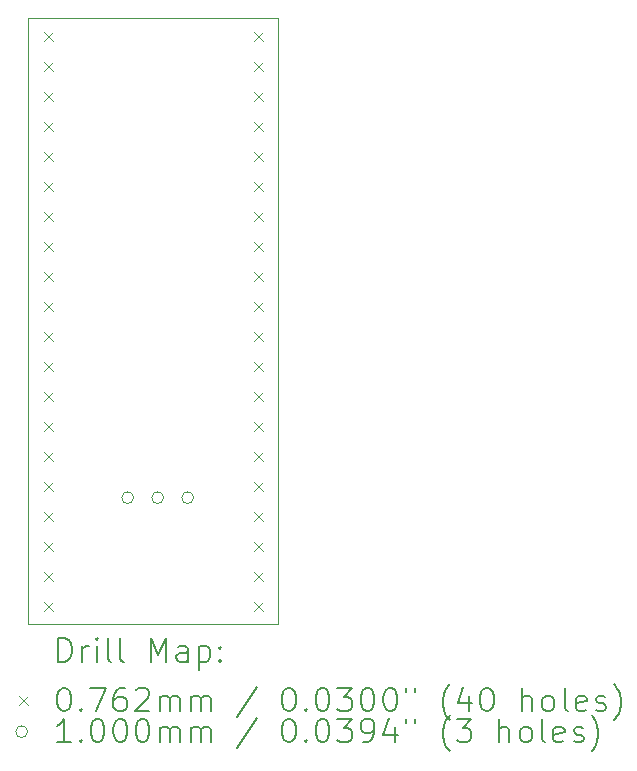
<source format=gbr>
%TF.GenerationSoftware,KiCad,Pcbnew,7.0.5*%
%TF.CreationDate,2024-02-18T16:55:31-05:00*%
%TF.ProjectId,pico-reset,7069636f-2d72-4657-9365-742e6b696361,rev?*%
%TF.SameCoordinates,Original*%
%TF.FileFunction,Drillmap*%
%TF.FilePolarity,Positive*%
%FSLAX45Y45*%
G04 Gerber Fmt 4.5, Leading zero omitted, Abs format (unit mm)*
G04 Created by KiCad (PCBNEW 7.0.5) date 2024-02-18 16:55:31*
%MOMM*%
%LPD*%
G01*
G04 APERTURE LIST*
%ADD10C,0.100000*%
%ADD11C,0.200000*%
%ADD12C,0.076200*%
G04 APERTURE END LIST*
D10*
X11001897Y-7974826D02*
X13121130Y-7974826D01*
X13121130Y-13104824D01*
X11001897Y-13104824D01*
X11001897Y-7974826D01*
D11*
D12*
X11137900Y-8089900D02*
X11214100Y-8166100D01*
X11214100Y-8089900D02*
X11137900Y-8166100D01*
X11137900Y-8343900D02*
X11214100Y-8420100D01*
X11214100Y-8343900D02*
X11137900Y-8420100D01*
X11137900Y-8597900D02*
X11214100Y-8674100D01*
X11214100Y-8597900D02*
X11137900Y-8674100D01*
X11137900Y-8851900D02*
X11214100Y-8928100D01*
X11214100Y-8851900D02*
X11137900Y-8928100D01*
X11137900Y-9105900D02*
X11214100Y-9182100D01*
X11214100Y-9105900D02*
X11137900Y-9182100D01*
X11137900Y-9359900D02*
X11214100Y-9436100D01*
X11214100Y-9359900D02*
X11137900Y-9436100D01*
X11137900Y-9613900D02*
X11214100Y-9690100D01*
X11214100Y-9613900D02*
X11137900Y-9690100D01*
X11137900Y-9867900D02*
X11214100Y-9944100D01*
X11214100Y-9867900D02*
X11137900Y-9944100D01*
X11137900Y-10121900D02*
X11214100Y-10198100D01*
X11214100Y-10121900D02*
X11137900Y-10198100D01*
X11137900Y-10375900D02*
X11214100Y-10452100D01*
X11214100Y-10375900D02*
X11137900Y-10452100D01*
X11137900Y-10629900D02*
X11214100Y-10706100D01*
X11214100Y-10629900D02*
X11137900Y-10706100D01*
X11137900Y-10883900D02*
X11214100Y-10960100D01*
X11214100Y-10883900D02*
X11137900Y-10960100D01*
X11137900Y-11137900D02*
X11214100Y-11214100D01*
X11214100Y-11137900D02*
X11137900Y-11214100D01*
X11137900Y-11391900D02*
X11214100Y-11468100D01*
X11214100Y-11391900D02*
X11137900Y-11468100D01*
X11137900Y-11645900D02*
X11214100Y-11722100D01*
X11214100Y-11645900D02*
X11137900Y-11722100D01*
X11137900Y-11899900D02*
X11214100Y-11976100D01*
X11214100Y-11899900D02*
X11137900Y-11976100D01*
X11137900Y-12153900D02*
X11214100Y-12230100D01*
X11214100Y-12153900D02*
X11137900Y-12230100D01*
X11137900Y-12407900D02*
X11214100Y-12484100D01*
X11214100Y-12407900D02*
X11137900Y-12484100D01*
X11137900Y-12661900D02*
X11214100Y-12738100D01*
X11214100Y-12661900D02*
X11137900Y-12738100D01*
X11137900Y-12915900D02*
X11214100Y-12992100D01*
X11214100Y-12915900D02*
X11137900Y-12992100D01*
X12915900Y-8089900D02*
X12992100Y-8166100D01*
X12992100Y-8089900D02*
X12915900Y-8166100D01*
X12915900Y-8343900D02*
X12992100Y-8420100D01*
X12992100Y-8343900D02*
X12915900Y-8420100D01*
X12915900Y-8597900D02*
X12992100Y-8674100D01*
X12992100Y-8597900D02*
X12915900Y-8674100D01*
X12915900Y-8851900D02*
X12992100Y-8928100D01*
X12992100Y-8851900D02*
X12915900Y-8928100D01*
X12915900Y-9105900D02*
X12992100Y-9182100D01*
X12992100Y-9105900D02*
X12915900Y-9182100D01*
X12915900Y-9359900D02*
X12992100Y-9436100D01*
X12992100Y-9359900D02*
X12915900Y-9436100D01*
X12915900Y-9613900D02*
X12992100Y-9690100D01*
X12992100Y-9613900D02*
X12915900Y-9690100D01*
X12915900Y-9867900D02*
X12992100Y-9944100D01*
X12992100Y-9867900D02*
X12915900Y-9944100D01*
X12915900Y-10121900D02*
X12992100Y-10198100D01*
X12992100Y-10121900D02*
X12915900Y-10198100D01*
X12915900Y-10375900D02*
X12992100Y-10452100D01*
X12992100Y-10375900D02*
X12915900Y-10452100D01*
X12915900Y-10629900D02*
X12992100Y-10706100D01*
X12992100Y-10629900D02*
X12915900Y-10706100D01*
X12915900Y-10883900D02*
X12992100Y-10960100D01*
X12992100Y-10883900D02*
X12915900Y-10960100D01*
X12915900Y-11137900D02*
X12992100Y-11214100D01*
X12992100Y-11137900D02*
X12915900Y-11214100D01*
X12915900Y-11391900D02*
X12992100Y-11468100D01*
X12992100Y-11391900D02*
X12915900Y-11468100D01*
X12915900Y-11645900D02*
X12992100Y-11722100D01*
X12992100Y-11645900D02*
X12915900Y-11722100D01*
X12915900Y-11899900D02*
X12992100Y-11976100D01*
X12992100Y-11899900D02*
X12915900Y-11976100D01*
X12915900Y-12153900D02*
X12992100Y-12230100D01*
X12992100Y-12153900D02*
X12915900Y-12230100D01*
X12915900Y-12407900D02*
X12992100Y-12484100D01*
X12992100Y-12407900D02*
X12915900Y-12484100D01*
X12915900Y-12661900D02*
X12992100Y-12738100D01*
X12992100Y-12661900D02*
X12915900Y-12738100D01*
X12915900Y-12915900D02*
X12992100Y-12992100D01*
X12992100Y-12915900D02*
X12915900Y-12992100D01*
D10*
X11894315Y-12032911D02*
G75*
G03*
X11894315Y-12032911I-50000J0D01*
G01*
X12148315Y-12032911D02*
G75*
G03*
X12148315Y-12032911I-50000J0D01*
G01*
X12402315Y-12032911D02*
G75*
G03*
X12402315Y-12032911I-50000J0D01*
G01*
D11*
X11257674Y-13421308D02*
X11257674Y-13221308D01*
X11257674Y-13221308D02*
X11305293Y-13221308D01*
X11305293Y-13221308D02*
X11333864Y-13230832D01*
X11333864Y-13230832D02*
X11352912Y-13249879D01*
X11352912Y-13249879D02*
X11362436Y-13268927D01*
X11362436Y-13268927D02*
X11371959Y-13307022D01*
X11371959Y-13307022D02*
X11371959Y-13335594D01*
X11371959Y-13335594D02*
X11362436Y-13373689D01*
X11362436Y-13373689D02*
X11352912Y-13392736D01*
X11352912Y-13392736D02*
X11333864Y-13411784D01*
X11333864Y-13411784D02*
X11305293Y-13421308D01*
X11305293Y-13421308D02*
X11257674Y-13421308D01*
X11457674Y-13421308D02*
X11457674Y-13287975D01*
X11457674Y-13326070D02*
X11467197Y-13307022D01*
X11467197Y-13307022D02*
X11476721Y-13297498D01*
X11476721Y-13297498D02*
X11495769Y-13287975D01*
X11495769Y-13287975D02*
X11514817Y-13287975D01*
X11581483Y-13421308D02*
X11581483Y-13287975D01*
X11581483Y-13221308D02*
X11571959Y-13230832D01*
X11571959Y-13230832D02*
X11581483Y-13240356D01*
X11581483Y-13240356D02*
X11591007Y-13230832D01*
X11591007Y-13230832D02*
X11581483Y-13221308D01*
X11581483Y-13221308D02*
X11581483Y-13240356D01*
X11705293Y-13421308D02*
X11686245Y-13411784D01*
X11686245Y-13411784D02*
X11676721Y-13392736D01*
X11676721Y-13392736D02*
X11676721Y-13221308D01*
X11810055Y-13421308D02*
X11791007Y-13411784D01*
X11791007Y-13411784D02*
X11781483Y-13392736D01*
X11781483Y-13392736D02*
X11781483Y-13221308D01*
X12038626Y-13421308D02*
X12038626Y-13221308D01*
X12038626Y-13221308D02*
X12105293Y-13364165D01*
X12105293Y-13364165D02*
X12171959Y-13221308D01*
X12171959Y-13221308D02*
X12171959Y-13421308D01*
X12352912Y-13421308D02*
X12352912Y-13316546D01*
X12352912Y-13316546D02*
X12343388Y-13297498D01*
X12343388Y-13297498D02*
X12324340Y-13287975D01*
X12324340Y-13287975D02*
X12286245Y-13287975D01*
X12286245Y-13287975D02*
X12267197Y-13297498D01*
X12352912Y-13411784D02*
X12333864Y-13421308D01*
X12333864Y-13421308D02*
X12286245Y-13421308D01*
X12286245Y-13421308D02*
X12267197Y-13411784D01*
X12267197Y-13411784D02*
X12257674Y-13392736D01*
X12257674Y-13392736D02*
X12257674Y-13373689D01*
X12257674Y-13373689D02*
X12267197Y-13354641D01*
X12267197Y-13354641D02*
X12286245Y-13345117D01*
X12286245Y-13345117D02*
X12333864Y-13345117D01*
X12333864Y-13345117D02*
X12352912Y-13335594D01*
X12448150Y-13287975D02*
X12448150Y-13487975D01*
X12448150Y-13297498D02*
X12467197Y-13287975D01*
X12467197Y-13287975D02*
X12505293Y-13287975D01*
X12505293Y-13287975D02*
X12524340Y-13297498D01*
X12524340Y-13297498D02*
X12533864Y-13307022D01*
X12533864Y-13307022D02*
X12543388Y-13326070D01*
X12543388Y-13326070D02*
X12543388Y-13383213D01*
X12543388Y-13383213D02*
X12533864Y-13402260D01*
X12533864Y-13402260D02*
X12524340Y-13411784D01*
X12524340Y-13411784D02*
X12505293Y-13421308D01*
X12505293Y-13421308D02*
X12467197Y-13421308D01*
X12467197Y-13421308D02*
X12448150Y-13411784D01*
X12629102Y-13402260D02*
X12638626Y-13411784D01*
X12638626Y-13411784D02*
X12629102Y-13421308D01*
X12629102Y-13421308D02*
X12619578Y-13411784D01*
X12619578Y-13411784D02*
X12629102Y-13402260D01*
X12629102Y-13402260D02*
X12629102Y-13421308D01*
X12629102Y-13297498D02*
X12638626Y-13307022D01*
X12638626Y-13307022D02*
X12629102Y-13316546D01*
X12629102Y-13316546D02*
X12619578Y-13307022D01*
X12619578Y-13307022D02*
X12629102Y-13297498D01*
X12629102Y-13297498D02*
X12629102Y-13316546D01*
D12*
X10920697Y-13711724D02*
X10996897Y-13787924D01*
X10996897Y-13711724D02*
X10920697Y-13787924D01*
D11*
X11295769Y-13641308D02*
X11314817Y-13641308D01*
X11314817Y-13641308D02*
X11333864Y-13650832D01*
X11333864Y-13650832D02*
X11343388Y-13660356D01*
X11343388Y-13660356D02*
X11352912Y-13679403D01*
X11352912Y-13679403D02*
X11362436Y-13717498D01*
X11362436Y-13717498D02*
X11362436Y-13765117D01*
X11362436Y-13765117D02*
X11352912Y-13803213D01*
X11352912Y-13803213D02*
X11343388Y-13822260D01*
X11343388Y-13822260D02*
X11333864Y-13831784D01*
X11333864Y-13831784D02*
X11314817Y-13841308D01*
X11314817Y-13841308D02*
X11295769Y-13841308D01*
X11295769Y-13841308D02*
X11276721Y-13831784D01*
X11276721Y-13831784D02*
X11267197Y-13822260D01*
X11267197Y-13822260D02*
X11257674Y-13803213D01*
X11257674Y-13803213D02*
X11248150Y-13765117D01*
X11248150Y-13765117D02*
X11248150Y-13717498D01*
X11248150Y-13717498D02*
X11257674Y-13679403D01*
X11257674Y-13679403D02*
X11267197Y-13660356D01*
X11267197Y-13660356D02*
X11276721Y-13650832D01*
X11276721Y-13650832D02*
X11295769Y-13641308D01*
X11448150Y-13822260D02*
X11457674Y-13831784D01*
X11457674Y-13831784D02*
X11448150Y-13841308D01*
X11448150Y-13841308D02*
X11438626Y-13831784D01*
X11438626Y-13831784D02*
X11448150Y-13822260D01*
X11448150Y-13822260D02*
X11448150Y-13841308D01*
X11524340Y-13641308D02*
X11657674Y-13641308D01*
X11657674Y-13641308D02*
X11571959Y-13841308D01*
X11819578Y-13641308D02*
X11781483Y-13641308D01*
X11781483Y-13641308D02*
X11762436Y-13650832D01*
X11762436Y-13650832D02*
X11752912Y-13660356D01*
X11752912Y-13660356D02*
X11733864Y-13688927D01*
X11733864Y-13688927D02*
X11724340Y-13727022D01*
X11724340Y-13727022D02*
X11724340Y-13803213D01*
X11724340Y-13803213D02*
X11733864Y-13822260D01*
X11733864Y-13822260D02*
X11743388Y-13831784D01*
X11743388Y-13831784D02*
X11762436Y-13841308D01*
X11762436Y-13841308D02*
X11800531Y-13841308D01*
X11800531Y-13841308D02*
X11819578Y-13831784D01*
X11819578Y-13831784D02*
X11829102Y-13822260D01*
X11829102Y-13822260D02*
X11838626Y-13803213D01*
X11838626Y-13803213D02*
X11838626Y-13755594D01*
X11838626Y-13755594D02*
X11829102Y-13736546D01*
X11829102Y-13736546D02*
X11819578Y-13727022D01*
X11819578Y-13727022D02*
X11800531Y-13717498D01*
X11800531Y-13717498D02*
X11762436Y-13717498D01*
X11762436Y-13717498D02*
X11743388Y-13727022D01*
X11743388Y-13727022D02*
X11733864Y-13736546D01*
X11733864Y-13736546D02*
X11724340Y-13755594D01*
X11914817Y-13660356D02*
X11924340Y-13650832D01*
X11924340Y-13650832D02*
X11943388Y-13641308D01*
X11943388Y-13641308D02*
X11991007Y-13641308D01*
X11991007Y-13641308D02*
X12010055Y-13650832D01*
X12010055Y-13650832D02*
X12019578Y-13660356D01*
X12019578Y-13660356D02*
X12029102Y-13679403D01*
X12029102Y-13679403D02*
X12029102Y-13698451D01*
X12029102Y-13698451D02*
X12019578Y-13727022D01*
X12019578Y-13727022D02*
X11905293Y-13841308D01*
X11905293Y-13841308D02*
X12029102Y-13841308D01*
X12114817Y-13841308D02*
X12114817Y-13707975D01*
X12114817Y-13727022D02*
X12124340Y-13717498D01*
X12124340Y-13717498D02*
X12143388Y-13707975D01*
X12143388Y-13707975D02*
X12171959Y-13707975D01*
X12171959Y-13707975D02*
X12191007Y-13717498D01*
X12191007Y-13717498D02*
X12200531Y-13736546D01*
X12200531Y-13736546D02*
X12200531Y-13841308D01*
X12200531Y-13736546D02*
X12210055Y-13717498D01*
X12210055Y-13717498D02*
X12229102Y-13707975D01*
X12229102Y-13707975D02*
X12257674Y-13707975D01*
X12257674Y-13707975D02*
X12276721Y-13717498D01*
X12276721Y-13717498D02*
X12286245Y-13736546D01*
X12286245Y-13736546D02*
X12286245Y-13841308D01*
X12381483Y-13841308D02*
X12381483Y-13707975D01*
X12381483Y-13727022D02*
X12391007Y-13717498D01*
X12391007Y-13717498D02*
X12410055Y-13707975D01*
X12410055Y-13707975D02*
X12438626Y-13707975D01*
X12438626Y-13707975D02*
X12457674Y-13717498D01*
X12457674Y-13717498D02*
X12467198Y-13736546D01*
X12467198Y-13736546D02*
X12467198Y-13841308D01*
X12467198Y-13736546D02*
X12476721Y-13717498D01*
X12476721Y-13717498D02*
X12495769Y-13707975D01*
X12495769Y-13707975D02*
X12524340Y-13707975D01*
X12524340Y-13707975D02*
X12543388Y-13717498D01*
X12543388Y-13717498D02*
X12552912Y-13736546D01*
X12552912Y-13736546D02*
X12552912Y-13841308D01*
X12943388Y-13631784D02*
X12771960Y-13888927D01*
X13200531Y-13641308D02*
X13219579Y-13641308D01*
X13219579Y-13641308D02*
X13238626Y-13650832D01*
X13238626Y-13650832D02*
X13248150Y-13660356D01*
X13248150Y-13660356D02*
X13257674Y-13679403D01*
X13257674Y-13679403D02*
X13267198Y-13717498D01*
X13267198Y-13717498D02*
X13267198Y-13765117D01*
X13267198Y-13765117D02*
X13257674Y-13803213D01*
X13257674Y-13803213D02*
X13248150Y-13822260D01*
X13248150Y-13822260D02*
X13238626Y-13831784D01*
X13238626Y-13831784D02*
X13219579Y-13841308D01*
X13219579Y-13841308D02*
X13200531Y-13841308D01*
X13200531Y-13841308D02*
X13181483Y-13831784D01*
X13181483Y-13831784D02*
X13171960Y-13822260D01*
X13171960Y-13822260D02*
X13162436Y-13803213D01*
X13162436Y-13803213D02*
X13152912Y-13765117D01*
X13152912Y-13765117D02*
X13152912Y-13717498D01*
X13152912Y-13717498D02*
X13162436Y-13679403D01*
X13162436Y-13679403D02*
X13171960Y-13660356D01*
X13171960Y-13660356D02*
X13181483Y-13650832D01*
X13181483Y-13650832D02*
X13200531Y-13641308D01*
X13352912Y-13822260D02*
X13362436Y-13831784D01*
X13362436Y-13831784D02*
X13352912Y-13841308D01*
X13352912Y-13841308D02*
X13343388Y-13831784D01*
X13343388Y-13831784D02*
X13352912Y-13822260D01*
X13352912Y-13822260D02*
X13352912Y-13841308D01*
X13486245Y-13641308D02*
X13505293Y-13641308D01*
X13505293Y-13641308D02*
X13524341Y-13650832D01*
X13524341Y-13650832D02*
X13533864Y-13660356D01*
X13533864Y-13660356D02*
X13543388Y-13679403D01*
X13543388Y-13679403D02*
X13552912Y-13717498D01*
X13552912Y-13717498D02*
X13552912Y-13765117D01*
X13552912Y-13765117D02*
X13543388Y-13803213D01*
X13543388Y-13803213D02*
X13533864Y-13822260D01*
X13533864Y-13822260D02*
X13524341Y-13831784D01*
X13524341Y-13831784D02*
X13505293Y-13841308D01*
X13505293Y-13841308D02*
X13486245Y-13841308D01*
X13486245Y-13841308D02*
X13467198Y-13831784D01*
X13467198Y-13831784D02*
X13457674Y-13822260D01*
X13457674Y-13822260D02*
X13448150Y-13803213D01*
X13448150Y-13803213D02*
X13438626Y-13765117D01*
X13438626Y-13765117D02*
X13438626Y-13717498D01*
X13438626Y-13717498D02*
X13448150Y-13679403D01*
X13448150Y-13679403D02*
X13457674Y-13660356D01*
X13457674Y-13660356D02*
X13467198Y-13650832D01*
X13467198Y-13650832D02*
X13486245Y-13641308D01*
X13619579Y-13641308D02*
X13743388Y-13641308D01*
X13743388Y-13641308D02*
X13676721Y-13717498D01*
X13676721Y-13717498D02*
X13705293Y-13717498D01*
X13705293Y-13717498D02*
X13724341Y-13727022D01*
X13724341Y-13727022D02*
X13733864Y-13736546D01*
X13733864Y-13736546D02*
X13743388Y-13755594D01*
X13743388Y-13755594D02*
X13743388Y-13803213D01*
X13743388Y-13803213D02*
X13733864Y-13822260D01*
X13733864Y-13822260D02*
X13724341Y-13831784D01*
X13724341Y-13831784D02*
X13705293Y-13841308D01*
X13705293Y-13841308D02*
X13648150Y-13841308D01*
X13648150Y-13841308D02*
X13629102Y-13831784D01*
X13629102Y-13831784D02*
X13619579Y-13822260D01*
X13867198Y-13641308D02*
X13886245Y-13641308D01*
X13886245Y-13641308D02*
X13905293Y-13650832D01*
X13905293Y-13650832D02*
X13914817Y-13660356D01*
X13914817Y-13660356D02*
X13924341Y-13679403D01*
X13924341Y-13679403D02*
X13933864Y-13717498D01*
X13933864Y-13717498D02*
X13933864Y-13765117D01*
X13933864Y-13765117D02*
X13924341Y-13803213D01*
X13924341Y-13803213D02*
X13914817Y-13822260D01*
X13914817Y-13822260D02*
X13905293Y-13831784D01*
X13905293Y-13831784D02*
X13886245Y-13841308D01*
X13886245Y-13841308D02*
X13867198Y-13841308D01*
X13867198Y-13841308D02*
X13848150Y-13831784D01*
X13848150Y-13831784D02*
X13838626Y-13822260D01*
X13838626Y-13822260D02*
X13829102Y-13803213D01*
X13829102Y-13803213D02*
X13819579Y-13765117D01*
X13819579Y-13765117D02*
X13819579Y-13717498D01*
X13819579Y-13717498D02*
X13829102Y-13679403D01*
X13829102Y-13679403D02*
X13838626Y-13660356D01*
X13838626Y-13660356D02*
X13848150Y-13650832D01*
X13848150Y-13650832D02*
X13867198Y-13641308D01*
X14057674Y-13641308D02*
X14076722Y-13641308D01*
X14076722Y-13641308D02*
X14095769Y-13650832D01*
X14095769Y-13650832D02*
X14105293Y-13660356D01*
X14105293Y-13660356D02*
X14114817Y-13679403D01*
X14114817Y-13679403D02*
X14124341Y-13717498D01*
X14124341Y-13717498D02*
X14124341Y-13765117D01*
X14124341Y-13765117D02*
X14114817Y-13803213D01*
X14114817Y-13803213D02*
X14105293Y-13822260D01*
X14105293Y-13822260D02*
X14095769Y-13831784D01*
X14095769Y-13831784D02*
X14076722Y-13841308D01*
X14076722Y-13841308D02*
X14057674Y-13841308D01*
X14057674Y-13841308D02*
X14038626Y-13831784D01*
X14038626Y-13831784D02*
X14029102Y-13822260D01*
X14029102Y-13822260D02*
X14019579Y-13803213D01*
X14019579Y-13803213D02*
X14010055Y-13765117D01*
X14010055Y-13765117D02*
X14010055Y-13717498D01*
X14010055Y-13717498D02*
X14019579Y-13679403D01*
X14019579Y-13679403D02*
X14029102Y-13660356D01*
X14029102Y-13660356D02*
X14038626Y-13650832D01*
X14038626Y-13650832D02*
X14057674Y-13641308D01*
X14200531Y-13641308D02*
X14200531Y-13679403D01*
X14276722Y-13641308D02*
X14276722Y-13679403D01*
X14571960Y-13917498D02*
X14562436Y-13907975D01*
X14562436Y-13907975D02*
X14543388Y-13879403D01*
X14543388Y-13879403D02*
X14533864Y-13860356D01*
X14533864Y-13860356D02*
X14524341Y-13831784D01*
X14524341Y-13831784D02*
X14514817Y-13784165D01*
X14514817Y-13784165D02*
X14514817Y-13746070D01*
X14514817Y-13746070D02*
X14524341Y-13698451D01*
X14524341Y-13698451D02*
X14533864Y-13669879D01*
X14533864Y-13669879D02*
X14543388Y-13650832D01*
X14543388Y-13650832D02*
X14562436Y-13622260D01*
X14562436Y-13622260D02*
X14571960Y-13612736D01*
X14733864Y-13707975D02*
X14733864Y-13841308D01*
X14686245Y-13631784D02*
X14638626Y-13774641D01*
X14638626Y-13774641D02*
X14762436Y-13774641D01*
X14876722Y-13641308D02*
X14895769Y-13641308D01*
X14895769Y-13641308D02*
X14914817Y-13650832D01*
X14914817Y-13650832D02*
X14924341Y-13660356D01*
X14924341Y-13660356D02*
X14933864Y-13679403D01*
X14933864Y-13679403D02*
X14943388Y-13717498D01*
X14943388Y-13717498D02*
X14943388Y-13765117D01*
X14943388Y-13765117D02*
X14933864Y-13803213D01*
X14933864Y-13803213D02*
X14924341Y-13822260D01*
X14924341Y-13822260D02*
X14914817Y-13831784D01*
X14914817Y-13831784D02*
X14895769Y-13841308D01*
X14895769Y-13841308D02*
X14876722Y-13841308D01*
X14876722Y-13841308D02*
X14857674Y-13831784D01*
X14857674Y-13831784D02*
X14848150Y-13822260D01*
X14848150Y-13822260D02*
X14838626Y-13803213D01*
X14838626Y-13803213D02*
X14829103Y-13765117D01*
X14829103Y-13765117D02*
X14829103Y-13717498D01*
X14829103Y-13717498D02*
X14838626Y-13679403D01*
X14838626Y-13679403D02*
X14848150Y-13660356D01*
X14848150Y-13660356D02*
X14857674Y-13650832D01*
X14857674Y-13650832D02*
X14876722Y-13641308D01*
X15181484Y-13841308D02*
X15181484Y-13641308D01*
X15267198Y-13841308D02*
X15267198Y-13736546D01*
X15267198Y-13736546D02*
X15257674Y-13717498D01*
X15257674Y-13717498D02*
X15238626Y-13707975D01*
X15238626Y-13707975D02*
X15210055Y-13707975D01*
X15210055Y-13707975D02*
X15191007Y-13717498D01*
X15191007Y-13717498D02*
X15181484Y-13727022D01*
X15391007Y-13841308D02*
X15371960Y-13831784D01*
X15371960Y-13831784D02*
X15362436Y-13822260D01*
X15362436Y-13822260D02*
X15352912Y-13803213D01*
X15352912Y-13803213D02*
X15352912Y-13746070D01*
X15352912Y-13746070D02*
X15362436Y-13727022D01*
X15362436Y-13727022D02*
X15371960Y-13717498D01*
X15371960Y-13717498D02*
X15391007Y-13707975D01*
X15391007Y-13707975D02*
X15419579Y-13707975D01*
X15419579Y-13707975D02*
X15438626Y-13717498D01*
X15438626Y-13717498D02*
X15448150Y-13727022D01*
X15448150Y-13727022D02*
X15457674Y-13746070D01*
X15457674Y-13746070D02*
X15457674Y-13803213D01*
X15457674Y-13803213D02*
X15448150Y-13822260D01*
X15448150Y-13822260D02*
X15438626Y-13831784D01*
X15438626Y-13831784D02*
X15419579Y-13841308D01*
X15419579Y-13841308D02*
X15391007Y-13841308D01*
X15571960Y-13841308D02*
X15552912Y-13831784D01*
X15552912Y-13831784D02*
X15543388Y-13812736D01*
X15543388Y-13812736D02*
X15543388Y-13641308D01*
X15724341Y-13831784D02*
X15705293Y-13841308D01*
X15705293Y-13841308D02*
X15667198Y-13841308D01*
X15667198Y-13841308D02*
X15648150Y-13831784D01*
X15648150Y-13831784D02*
X15638626Y-13812736D01*
X15638626Y-13812736D02*
X15638626Y-13736546D01*
X15638626Y-13736546D02*
X15648150Y-13717498D01*
X15648150Y-13717498D02*
X15667198Y-13707975D01*
X15667198Y-13707975D02*
X15705293Y-13707975D01*
X15705293Y-13707975D02*
X15724341Y-13717498D01*
X15724341Y-13717498D02*
X15733865Y-13736546D01*
X15733865Y-13736546D02*
X15733865Y-13755594D01*
X15733865Y-13755594D02*
X15638626Y-13774641D01*
X15810055Y-13831784D02*
X15829103Y-13841308D01*
X15829103Y-13841308D02*
X15867198Y-13841308D01*
X15867198Y-13841308D02*
X15886246Y-13831784D01*
X15886246Y-13831784D02*
X15895769Y-13812736D01*
X15895769Y-13812736D02*
X15895769Y-13803213D01*
X15895769Y-13803213D02*
X15886246Y-13784165D01*
X15886246Y-13784165D02*
X15867198Y-13774641D01*
X15867198Y-13774641D02*
X15838626Y-13774641D01*
X15838626Y-13774641D02*
X15819579Y-13765117D01*
X15819579Y-13765117D02*
X15810055Y-13746070D01*
X15810055Y-13746070D02*
X15810055Y-13736546D01*
X15810055Y-13736546D02*
X15819579Y-13717498D01*
X15819579Y-13717498D02*
X15838626Y-13707975D01*
X15838626Y-13707975D02*
X15867198Y-13707975D01*
X15867198Y-13707975D02*
X15886246Y-13717498D01*
X15962436Y-13917498D02*
X15971960Y-13907975D01*
X15971960Y-13907975D02*
X15991007Y-13879403D01*
X15991007Y-13879403D02*
X16000531Y-13860356D01*
X16000531Y-13860356D02*
X16010055Y-13831784D01*
X16010055Y-13831784D02*
X16019579Y-13784165D01*
X16019579Y-13784165D02*
X16019579Y-13746070D01*
X16019579Y-13746070D02*
X16010055Y-13698451D01*
X16010055Y-13698451D02*
X16000531Y-13669879D01*
X16000531Y-13669879D02*
X15991007Y-13650832D01*
X15991007Y-13650832D02*
X15971960Y-13622260D01*
X15971960Y-13622260D02*
X15962436Y-13612736D01*
D10*
X10996897Y-14013824D02*
G75*
G03*
X10996897Y-14013824I-50000J0D01*
G01*
D11*
X11362436Y-14105308D02*
X11248150Y-14105308D01*
X11305293Y-14105308D02*
X11305293Y-13905308D01*
X11305293Y-13905308D02*
X11286245Y-13933879D01*
X11286245Y-13933879D02*
X11267197Y-13952927D01*
X11267197Y-13952927D02*
X11248150Y-13962451D01*
X11448150Y-14086260D02*
X11457674Y-14095784D01*
X11457674Y-14095784D02*
X11448150Y-14105308D01*
X11448150Y-14105308D02*
X11438626Y-14095784D01*
X11438626Y-14095784D02*
X11448150Y-14086260D01*
X11448150Y-14086260D02*
X11448150Y-14105308D01*
X11581483Y-13905308D02*
X11600531Y-13905308D01*
X11600531Y-13905308D02*
X11619578Y-13914832D01*
X11619578Y-13914832D02*
X11629102Y-13924356D01*
X11629102Y-13924356D02*
X11638626Y-13943403D01*
X11638626Y-13943403D02*
X11648150Y-13981498D01*
X11648150Y-13981498D02*
X11648150Y-14029117D01*
X11648150Y-14029117D02*
X11638626Y-14067213D01*
X11638626Y-14067213D02*
X11629102Y-14086260D01*
X11629102Y-14086260D02*
X11619578Y-14095784D01*
X11619578Y-14095784D02*
X11600531Y-14105308D01*
X11600531Y-14105308D02*
X11581483Y-14105308D01*
X11581483Y-14105308D02*
X11562436Y-14095784D01*
X11562436Y-14095784D02*
X11552912Y-14086260D01*
X11552912Y-14086260D02*
X11543388Y-14067213D01*
X11543388Y-14067213D02*
X11533864Y-14029117D01*
X11533864Y-14029117D02*
X11533864Y-13981498D01*
X11533864Y-13981498D02*
X11543388Y-13943403D01*
X11543388Y-13943403D02*
X11552912Y-13924356D01*
X11552912Y-13924356D02*
X11562436Y-13914832D01*
X11562436Y-13914832D02*
X11581483Y-13905308D01*
X11771959Y-13905308D02*
X11791007Y-13905308D01*
X11791007Y-13905308D02*
X11810055Y-13914832D01*
X11810055Y-13914832D02*
X11819578Y-13924356D01*
X11819578Y-13924356D02*
X11829102Y-13943403D01*
X11829102Y-13943403D02*
X11838626Y-13981498D01*
X11838626Y-13981498D02*
X11838626Y-14029117D01*
X11838626Y-14029117D02*
X11829102Y-14067213D01*
X11829102Y-14067213D02*
X11819578Y-14086260D01*
X11819578Y-14086260D02*
X11810055Y-14095784D01*
X11810055Y-14095784D02*
X11791007Y-14105308D01*
X11791007Y-14105308D02*
X11771959Y-14105308D01*
X11771959Y-14105308D02*
X11752912Y-14095784D01*
X11752912Y-14095784D02*
X11743388Y-14086260D01*
X11743388Y-14086260D02*
X11733864Y-14067213D01*
X11733864Y-14067213D02*
X11724340Y-14029117D01*
X11724340Y-14029117D02*
X11724340Y-13981498D01*
X11724340Y-13981498D02*
X11733864Y-13943403D01*
X11733864Y-13943403D02*
X11743388Y-13924356D01*
X11743388Y-13924356D02*
X11752912Y-13914832D01*
X11752912Y-13914832D02*
X11771959Y-13905308D01*
X11962436Y-13905308D02*
X11981483Y-13905308D01*
X11981483Y-13905308D02*
X12000531Y-13914832D01*
X12000531Y-13914832D02*
X12010055Y-13924356D01*
X12010055Y-13924356D02*
X12019578Y-13943403D01*
X12019578Y-13943403D02*
X12029102Y-13981498D01*
X12029102Y-13981498D02*
X12029102Y-14029117D01*
X12029102Y-14029117D02*
X12019578Y-14067213D01*
X12019578Y-14067213D02*
X12010055Y-14086260D01*
X12010055Y-14086260D02*
X12000531Y-14095784D01*
X12000531Y-14095784D02*
X11981483Y-14105308D01*
X11981483Y-14105308D02*
X11962436Y-14105308D01*
X11962436Y-14105308D02*
X11943388Y-14095784D01*
X11943388Y-14095784D02*
X11933864Y-14086260D01*
X11933864Y-14086260D02*
X11924340Y-14067213D01*
X11924340Y-14067213D02*
X11914817Y-14029117D01*
X11914817Y-14029117D02*
X11914817Y-13981498D01*
X11914817Y-13981498D02*
X11924340Y-13943403D01*
X11924340Y-13943403D02*
X11933864Y-13924356D01*
X11933864Y-13924356D02*
X11943388Y-13914832D01*
X11943388Y-13914832D02*
X11962436Y-13905308D01*
X12114817Y-14105308D02*
X12114817Y-13971975D01*
X12114817Y-13991022D02*
X12124340Y-13981498D01*
X12124340Y-13981498D02*
X12143388Y-13971975D01*
X12143388Y-13971975D02*
X12171959Y-13971975D01*
X12171959Y-13971975D02*
X12191007Y-13981498D01*
X12191007Y-13981498D02*
X12200531Y-14000546D01*
X12200531Y-14000546D02*
X12200531Y-14105308D01*
X12200531Y-14000546D02*
X12210055Y-13981498D01*
X12210055Y-13981498D02*
X12229102Y-13971975D01*
X12229102Y-13971975D02*
X12257674Y-13971975D01*
X12257674Y-13971975D02*
X12276721Y-13981498D01*
X12276721Y-13981498D02*
X12286245Y-14000546D01*
X12286245Y-14000546D02*
X12286245Y-14105308D01*
X12381483Y-14105308D02*
X12381483Y-13971975D01*
X12381483Y-13991022D02*
X12391007Y-13981498D01*
X12391007Y-13981498D02*
X12410055Y-13971975D01*
X12410055Y-13971975D02*
X12438626Y-13971975D01*
X12438626Y-13971975D02*
X12457674Y-13981498D01*
X12457674Y-13981498D02*
X12467198Y-14000546D01*
X12467198Y-14000546D02*
X12467198Y-14105308D01*
X12467198Y-14000546D02*
X12476721Y-13981498D01*
X12476721Y-13981498D02*
X12495769Y-13971975D01*
X12495769Y-13971975D02*
X12524340Y-13971975D01*
X12524340Y-13971975D02*
X12543388Y-13981498D01*
X12543388Y-13981498D02*
X12552912Y-14000546D01*
X12552912Y-14000546D02*
X12552912Y-14105308D01*
X12943388Y-13895784D02*
X12771960Y-14152927D01*
X13200531Y-13905308D02*
X13219579Y-13905308D01*
X13219579Y-13905308D02*
X13238626Y-13914832D01*
X13238626Y-13914832D02*
X13248150Y-13924356D01*
X13248150Y-13924356D02*
X13257674Y-13943403D01*
X13257674Y-13943403D02*
X13267198Y-13981498D01*
X13267198Y-13981498D02*
X13267198Y-14029117D01*
X13267198Y-14029117D02*
X13257674Y-14067213D01*
X13257674Y-14067213D02*
X13248150Y-14086260D01*
X13248150Y-14086260D02*
X13238626Y-14095784D01*
X13238626Y-14095784D02*
X13219579Y-14105308D01*
X13219579Y-14105308D02*
X13200531Y-14105308D01*
X13200531Y-14105308D02*
X13181483Y-14095784D01*
X13181483Y-14095784D02*
X13171960Y-14086260D01*
X13171960Y-14086260D02*
X13162436Y-14067213D01*
X13162436Y-14067213D02*
X13152912Y-14029117D01*
X13152912Y-14029117D02*
X13152912Y-13981498D01*
X13152912Y-13981498D02*
X13162436Y-13943403D01*
X13162436Y-13943403D02*
X13171960Y-13924356D01*
X13171960Y-13924356D02*
X13181483Y-13914832D01*
X13181483Y-13914832D02*
X13200531Y-13905308D01*
X13352912Y-14086260D02*
X13362436Y-14095784D01*
X13362436Y-14095784D02*
X13352912Y-14105308D01*
X13352912Y-14105308D02*
X13343388Y-14095784D01*
X13343388Y-14095784D02*
X13352912Y-14086260D01*
X13352912Y-14086260D02*
X13352912Y-14105308D01*
X13486245Y-13905308D02*
X13505293Y-13905308D01*
X13505293Y-13905308D02*
X13524341Y-13914832D01*
X13524341Y-13914832D02*
X13533864Y-13924356D01*
X13533864Y-13924356D02*
X13543388Y-13943403D01*
X13543388Y-13943403D02*
X13552912Y-13981498D01*
X13552912Y-13981498D02*
X13552912Y-14029117D01*
X13552912Y-14029117D02*
X13543388Y-14067213D01*
X13543388Y-14067213D02*
X13533864Y-14086260D01*
X13533864Y-14086260D02*
X13524341Y-14095784D01*
X13524341Y-14095784D02*
X13505293Y-14105308D01*
X13505293Y-14105308D02*
X13486245Y-14105308D01*
X13486245Y-14105308D02*
X13467198Y-14095784D01*
X13467198Y-14095784D02*
X13457674Y-14086260D01*
X13457674Y-14086260D02*
X13448150Y-14067213D01*
X13448150Y-14067213D02*
X13438626Y-14029117D01*
X13438626Y-14029117D02*
X13438626Y-13981498D01*
X13438626Y-13981498D02*
X13448150Y-13943403D01*
X13448150Y-13943403D02*
X13457674Y-13924356D01*
X13457674Y-13924356D02*
X13467198Y-13914832D01*
X13467198Y-13914832D02*
X13486245Y-13905308D01*
X13619579Y-13905308D02*
X13743388Y-13905308D01*
X13743388Y-13905308D02*
X13676721Y-13981498D01*
X13676721Y-13981498D02*
X13705293Y-13981498D01*
X13705293Y-13981498D02*
X13724341Y-13991022D01*
X13724341Y-13991022D02*
X13733864Y-14000546D01*
X13733864Y-14000546D02*
X13743388Y-14019594D01*
X13743388Y-14019594D02*
X13743388Y-14067213D01*
X13743388Y-14067213D02*
X13733864Y-14086260D01*
X13733864Y-14086260D02*
X13724341Y-14095784D01*
X13724341Y-14095784D02*
X13705293Y-14105308D01*
X13705293Y-14105308D02*
X13648150Y-14105308D01*
X13648150Y-14105308D02*
X13629102Y-14095784D01*
X13629102Y-14095784D02*
X13619579Y-14086260D01*
X13838626Y-14105308D02*
X13876721Y-14105308D01*
X13876721Y-14105308D02*
X13895769Y-14095784D01*
X13895769Y-14095784D02*
X13905293Y-14086260D01*
X13905293Y-14086260D02*
X13924341Y-14057689D01*
X13924341Y-14057689D02*
X13933864Y-14019594D01*
X13933864Y-14019594D02*
X13933864Y-13943403D01*
X13933864Y-13943403D02*
X13924341Y-13924356D01*
X13924341Y-13924356D02*
X13914817Y-13914832D01*
X13914817Y-13914832D02*
X13895769Y-13905308D01*
X13895769Y-13905308D02*
X13857674Y-13905308D01*
X13857674Y-13905308D02*
X13838626Y-13914832D01*
X13838626Y-13914832D02*
X13829102Y-13924356D01*
X13829102Y-13924356D02*
X13819579Y-13943403D01*
X13819579Y-13943403D02*
X13819579Y-13991022D01*
X13819579Y-13991022D02*
X13829102Y-14010070D01*
X13829102Y-14010070D02*
X13838626Y-14019594D01*
X13838626Y-14019594D02*
X13857674Y-14029117D01*
X13857674Y-14029117D02*
X13895769Y-14029117D01*
X13895769Y-14029117D02*
X13914817Y-14019594D01*
X13914817Y-14019594D02*
X13924341Y-14010070D01*
X13924341Y-14010070D02*
X13933864Y-13991022D01*
X14105293Y-13971975D02*
X14105293Y-14105308D01*
X14057674Y-13895784D02*
X14010055Y-14038641D01*
X14010055Y-14038641D02*
X14133864Y-14038641D01*
X14200531Y-13905308D02*
X14200531Y-13943403D01*
X14276722Y-13905308D02*
X14276722Y-13943403D01*
X14571960Y-14181498D02*
X14562436Y-14171975D01*
X14562436Y-14171975D02*
X14543388Y-14143403D01*
X14543388Y-14143403D02*
X14533864Y-14124356D01*
X14533864Y-14124356D02*
X14524341Y-14095784D01*
X14524341Y-14095784D02*
X14514817Y-14048165D01*
X14514817Y-14048165D02*
X14514817Y-14010070D01*
X14514817Y-14010070D02*
X14524341Y-13962451D01*
X14524341Y-13962451D02*
X14533864Y-13933879D01*
X14533864Y-13933879D02*
X14543388Y-13914832D01*
X14543388Y-13914832D02*
X14562436Y-13886260D01*
X14562436Y-13886260D02*
X14571960Y-13876736D01*
X14629103Y-13905308D02*
X14752912Y-13905308D01*
X14752912Y-13905308D02*
X14686245Y-13981498D01*
X14686245Y-13981498D02*
X14714817Y-13981498D01*
X14714817Y-13981498D02*
X14733864Y-13991022D01*
X14733864Y-13991022D02*
X14743388Y-14000546D01*
X14743388Y-14000546D02*
X14752912Y-14019594D01*
X14752912Y-14019594D02*
X14752912Y-14067213D01*
X14752912Y-14067213D02*
X14743388Y-14086260D01*
X14743388Y-14086260D02*
X14733864Y-14095784D01*
X14733864Y-14095784D02*
X14714817Y-14105308D01*
X14714817Y-14105308D02*
X14657674Y-14105308D01*
X14657674Y-14105308D02*
X14638626Y-14095784D01*
X14638626Y-14095784D02*
X14629103Y-14086260D01*
X14991007Y-14105308D02*
X14991007Y-13905308D01*
X15076722Y-14105308D02*
X15076722Y-14000546D01*
X15076722Y-14000546D02*
X15067198Y-13981498D01*
X15067198Y-13981498D02*
X15048150Y-13971975D01*
X15048150Y-13971975D02*
X15019579Y-13971975D01*
X15019579Y-13971975D02*
X15000531Y-13981498D01*
X15000531Y-13981498D02*
X14991007Y-13991022D01*
X15200531Y-14105308D02*
X15181484Y-14095784D01*
X15181484Y-14095784D02*
X15171960Y-14086260D01*
X15171960Y-14086260D02*
X15162436Y-14067213D01*
X15162436Y-14067213D02*
X15162436Y-14010070D01*
X15162436Y-14010070D02*
X15171960Y-13991022D01*
X15171960Y-13991022D02*
X15181484Y-13981498D01*
X15181484Y-13981498D02*
X15200531Y-13971975D01*
X15200531Y-13971975D02*
X15229103Y-13971975D01*
X15229103Y-13971975D02*
X15248150Y-13981498D01*
X15248150Y-13981498D02*
X15257674Y-13991022D01*
X15257674Y-13991022D02*
X15267198Y-14010070D01*
X15267198Y-14010070D02*
X15267198Y-14067213D01*
X15267198Y-14067213D02*
X15257674Y-14086260D01*
X15257674Y-14086260D02*
X15248150Y-14095784D01*
X15248150Y-14095784D02*
X15229103Y-14105308D01*
X15229103Y-14105308D02*
X15200531Y-14105308D01*
X15381484Y-14105308D02*
X15362436Y-14095784D01*
X15362436Y-14095784D02*
X15352912Y-14076736D01*
X15352912Y-14076736D02*
X15352912Y-13905308D01*
X15533865Y-14095784D02*
X15514817Y-14105308D01*
X15514817Y-14105308D02*
X15476722Y-14105308D01*
X15476722Y-14105308D02*
X15457674Y-14095784D01*
X15457674Y-14095784D02*
X15448150Y-14076736D01*
X15448150Y-14076736D02*
X15448150Y-14000546D01*
X15448150Y-14000546D02*
X15457674Y-13981498D01*
X15457674Y-13981498D02*
X15476722Y-13971975D01*
X15476722Y-13971975D02*
X15514817Y-13971975D01*
X15514817Y-13971975D02*
X15533865Y-13981498D01*
X15533865Y-13981498D02*
X15543388Y-14000546D01*
X15543388Y-14000546D02*
X15543388Y-14019594D01*
X15543388Y-14019594D02*
X15448150Y-14038641D01*
X15619579Y-14095784D02*
X15638626Y-14105308D01*
X15638626Y-14105308D02*
X15676722Y-14105308D01*
X15676722Y-14105308D02*
X15695769Y-14095784D01*
X15695769Y-14095784D02*
X15705293Y-14076736D01*
X15705293Y-14076736D02*
X15705293Y-14067213D01*
X15705293Y-14067213D02*
X15695769Y-14048165D01*
X15695769Y-14048165D02*
X15676722Y-14038641D01*
X15676722Y-14038641D02*
X15648150Y-14038641D01*
X15648150Y-14038641D02*
X15629103Y-14029117D01*
X15629103Y-14029117D02*
X15619579Y-14010070D01*
X15619579Y-14010070D02*
X15619579Y-14000546D01*
X15619579Y-14000546D02*
X15629103Y-13981498D01*
X15629103Y-13981498D02*
X15648150Y-13971975D01*
X15648150Y-13971975D02*
X15676722Y-13971975D01*
X15676722Y-13971975D02*
X15695769Y-13981498D01*
X15771960Y-14181498D02*
X15781484Y-14171975D01*
X15781484Y-14171975D02*
X15800531Y-14143403D01*
X15800531Y-14143403D02*
X15810055Y-14124356D01*
X15810055Y-14124356D02*
X15819579Y-14095784D01*
X15819579Y-14095784D02*
X15829103Y-14048165D01*
X15829103Y-14048165D02*
X15829103Y-14010070D01*
X15829103Y-14010070D02*
X15819579Y-13962451D01*
X15819579Y-13962451D02*
X15810055Y-13933879D01*
X15810055Y-13933879D02*
X15800531Y-13914832D01*
X15800531Y-13914832D02*
X15781484Y-13886260D01*
X15781484Y-13886260D02*
X15771960Y-13876736D01*
M02*

</source>
